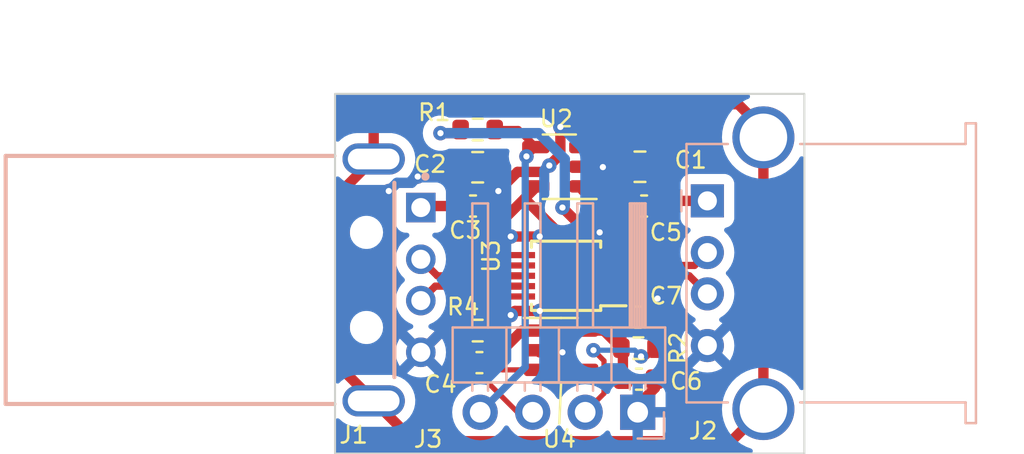
<source format=kicad_pcb>
(kicad_pcb (version 20221018) (generator pcbnew)
  (title_block (comment 4 "AISLER Project ID: SGYRCJSJ"))
  (layers (0 "F.Cu" signal) (31 "B.Cu" signal) (34 "B.Paste" user) (35 "F.Paste" user) (36 "B.SilkS" user "B.Silkscreen") (37 "F.SilkS" user "F.Silkscreen") (38 "B.Mask" user) (39 "F.Mask" user) (44 "Edge.Cuts" user))
  (net 0 "")
  (net 1 "Net-(J2-VBUS)")
  (net 2 "GND")
  (net 3 "VBUS")
  (net 4 "+3V3")
  (net 5 "Net-(J2-D-)")
  (net 6 "Net-(J2-D+)")
  (net 7 "GNDPWR")
  (net 8 "Net-(J3-Pin_2)")
  (net 9 "Net-(J3-Pin_3)")
  (net 10 "/power")
  (net 11 "Net-(J1-D-)")
  (net 12 "Net-(J1-D+)")
  (footprint "Capacitor_SMD:C_0603_1608Metric" (layer "F.Cu") (at 129.5 121.5)
    (fp_text reference "C6" (at 2.29 0.1 unlocked) (layer "F.SilkS") (effects (font (size 0.8 0.8) (thickness 0.12))))
    (fp_text value "CP_1µ_10V_0603")
    (fp_line (start -0.14058 -0.51) (end 0.14058 -0.51) (stroke (width 0.12)) (layer "F.SilkS"))
    (fp_line (start -0.14058 0.51) (end 0.14058 0.51) (stroke (width 0.12)) (layer "F.SilkS"))
    (pad "1" smd roundrect (at -0.775 0) (size 0.9 0.95) (layers "F.Cu" "F.Paste" "F.Mask") (net 4 "+3V3"))
    (pad "2" smd roundrect (at 0.775 0) (size 0.9 0.95) (layers "F.Cu" "F.Paste" "F.Mask") (net 2 "GND"))
  )
  (footprint "Resistor_SMD:R_0603_1608Metric" (layer "F.Cu") (at 121.7 119.15 180)
    (fp_text reference "R4" (at 0.7 1.15 unlocked) (layer "F.SilkS") (effects (font (size 0.8 0.8) (thickness 0.12))))
    (fp_text value "R_10k_0603")
    (fp_line (start -0.237258 -0.5225) (end 0.237258 -0.5225) (stroke (width 0.12)) (layer "F.SilkS"))
    (fp_line (start -0.237258 0.5225) (end 0.237258 0.5225) (stroke (width 0.12)) (layer "F.SilkS"))
    (pad "1" smd roundrect (at -0.825 0 180) (size 0.8 0.95) (layers "F.Cu" "F.Paste" "F.Mask") (net 9 "Net-(J3-Pin_3)"))
    (pad "2" smd roundrect (at 0.825 0 180) (size 0.8 0.95) (layers "F.Cu" "F.Paste" "F.Mask") (net 2 "GND"))
  )
  (footprint "Capacitor_SMD:C_0603_1608Metric" (layer "F.Cu") (at 121.785 120.7 180)
    (fp_text reference "C4" (at 1.885 -1.05 unlocked) (layer "F.SilkS") (effects (font (size 0.8 0.8) (thickness 0.12))))
    (fp_text value "CP_1µ_10V_0603")
    (fp_line (start -0.14058 -0.51) (end 0.14058 -0.51) (stroke (width 0.12)) (layer "F.SilkS"))
    (fp_line (start -0.14058 0.51) (end 0.14058 0.51) (stroke (width 0.12)) (layer "F.SilkS"))
    (pad "1" smd roundrect (at -0.775 0 180) (size 0.9 0.95) (layers "F.Cu" "F.Paste" "F.Mask") (net 3 "VBUS"))
    (pad "2" smd roundrect (at 0.775 0 180) (size 0.9 0.95) (layers "F.Cu" "F.Paste" "F.Mask") (net 2 "GND"))
  )
  (footprint "Capacitor_SMD:C_0805_2012Metric" (layer "F.Cu") (at 129.55 111.225 180)
    (fp_text reference "C1" (at -2.45 0.325 unlocked) (layer "F.SilkS") (effects (font (size 0.8 0.8) (thickness 0.12))))
    (fp_text value "CP_10µ_16V_0603")
    (fp_line (start -0.261252 -0.735) (end 0.261252 -0.735) (stroke (width 0.12)) (layer "F.SilkS"))
    (fp_line (start -0.261252 0.735) (end 0.261252 0.735) (stroke (width 0.12)) (layer "F.SilkS"))
    (pad "1" smd roundrect (at -0.95 0 180) (size 1 1.45) (layers "F.Cu" "F.Paste" "F.Mask") (net 1 "Net-(J2-VBUS)"))
    (pad "2" smd roundrect (at 0.95 0 180) (size 1 1.45) (layers "F.Cu" "F.Paste" "F.Mask") (net 2 "GND"))
  )
  (footprint "Capacitor_SMD:C_0603_1608Metric" (layer "F.Cu") (at 129.75 113.125 180)
    (fp_text reference "C5" (at -1.05 -1.275 unlocked) (layer "F.SilkS") (effects (font (size 0.8 0.8) (thickness 0.12))))
    (fp_text value "CP_100n_16V_0603")
    (fp_line (start -0.14058 -0.51) (end 0.14058 -0.51) (stroke (width 0.12)) (layer "F.SilkS"))
    (fp_line (start -0.14058 0.51) (end 0.14058 0.51) (stroke (width 0.12)) (layer "F.SilkS"))
    (pad "1" smd roundrect (at -0.775 0 180) (size 0.9 0.95) (layers "F.Cu" "F.Paste" "F.Mask") (net 1 "Net-(J2-VBUS)"))
    (pad "2" smd roundrect (at 0.775 0 180) (size 0.9 0.95) (layers "F.Cu" "F.Paste" "F.Mask") (net 2 "GND"))
  )
  (footprint "Capacitor_SMD:C_0805_2012Metric" (layer "F.Cu") (at 121.7 111.25)
    (fp_text reference "C2" (at -2.3 -0.15 unlocked) (layer "F.SilkS") (effects (font (size 0.8 0.8) (thickness 0.12))))
    (fp_text value "CP_10µ_16V_0603")
    (fp_line (start -0.261252 -0.735) (end 0.261252 -0.735) (stroke (width 0.12)) (layer "F.SilkS"))
    (fp_line (start -0.261252 0.735) (end 0.261252 0.735) (stroke (width 0.12)) (layer "F.SilkS"))
    (pad "1" smd roundrect (at -0.95 0) (size 1 1.45) (layers "F.Cu" "F.Paste" "F.Mask") (net 3 "VBUS"))
    (pad "2" smd roundrect (at 0.95 0) (size 1 1.45) (layers "F.Cu" "F.Paste" "F.Mask") (net 2 "GND"))
  )
  (footprint "Package_TO_SOT_SMD:SOT-23-5" (layer "F.Cu") (at 125.735 120.1)
    (fp_text reference "U4" (at -0.085 4.3 unlocked) (layer "F.SilkS") (effects (font (size 0.8 0.8) (thickness 0.12))))
    (fp_text value "TPS78233DDC")
    (fp_line (start 0 -1.56) (end -1.8 -1.56) (stroke (width 0.12)) (layer "F.SilkS"))
    (fp_line (start 0 -1.56) (end 0.8 -1.56) (stroke (width 0.12)) (layer "F.SilkS"))
    (fp_line (start 0 1.56) (end -0.8 1.56) (stroke (width 0.12)) (layer "F.SilkS"))
    (fp_line (start 0 1.56) (end 0.8 1.56) (stroke (width 0.12)) (layer "F.SilkS"))
    (pad "1" smd roundrect (at -1.1375 -0.95) (size 1.325 0.6) (layers "F.Cu" "F.Paste" "F.Mask") (net 3 "VBUS"))
    (pad "2" smd roundrect (at -1.1375 0) (size 1.325 0.6) (layers "F.Cu" "F.Paste" "F.Mask") (net 2 "GND"))
    (pad "3" smd roundrect (at -1.1375 0.95) (size 1.325 0.6) (layers "F.Cu" "F.Paste" "F.Mask") (net 3 "VBUS"))
    (pad "4" smd roundrect (at 1.1375 0.95) (size 1.325 0.6) (layers "F.Cu" "F.Paste" "F.Mask") (net 2 "GND"))
    (pad "5" smd roundrect (at 1.1375 -0.95) (size 1.325 0.6) (layers "F.Cu" "F.Paste" "F.Mask") (net 4 "+3V3"))
  )
  (footprint "Capacitor_SMD:C_0603_1608Metric" (layer "F.Cu") (at 129.45 118.5)
    (fp_text reference "C7" (at 1.35 -1.025 unlocked) (layer "F.SilkS") (effects (font (size 0.8 0.8) (thickness 0.12))))
    (fp_text value "CP_100n_16V_0603")
    (fp_line (start -0.14058 -0.51) (end 0.14058 -0.51) (stroke (width 0.12)) (layer "F.SilkS"))
    (fp_line (start -0.14058 0.51) (end 0.14058 0.51) (stroke (width 0.12)) (layer "F.SilkS"))
    (pad "1" smd roundrect (at -0.775 0) (size 0.9 0.95) (layers "F.Cu" "F.Paste" "F.Mask") (net 4 "+3V3"))
    (pad "2" smd roundrect (at 0.775 0) (size 0.9 0.95) (layers "F.Cu" "F.Paste" "F.Mask") (net 2 "GND"))
  )
  (footprint "Capacitor_SMD:C_0603_1608Metric" (layer "F.Cu") (at 121.475 113.125)
    (fp_text reference "C3" (at -0.375 1.175 unlocked) (layer "F.SilkS") (effects (font (size 0.8 0.8) (thickness 0.12))))
    (fp_text value "CP_100n_16V_0603")
    (fp_line (start -0.14058 -0.51) (end 0.14058 -0.51) (stroke (width 0.12)) (layer "F.SilkS"))
    (fp_line (start -0.14058 0.51) (end 0.14058 0.51) (stroke (width 0.12)) (layer "F.SilkS"))
    (pad "1" smd roundrect (at -0.775 0) (size 0.9 0.95) (layers "F.Cu" "F.Paste" "F.Mask") (net 3 "VBUS"))
    (pad "2" smd roundrect (at 0.775 0) (size 0.9 0.95) (layers "F.Cu" "F.Paste" "F.Mask") (net 2 "GND"))
  )
  (footprint "Resistor_SMD:R_0603_1608Metric" (layer "F.Cu") (at 121.7 109.425 180)
    (fp_text reference "R1" (at 2.1 0.825 unlocked) (layer "F.SilkS") (effects (font (size 0.8 0.8) (thickness 0.12))))
    (fp_text value "R_10k_0603")
    (fp_line (start -0.237258 -0.5225) (end 0.237258 -0.5225) (stroke (width 0.12)) (layer "F.SilkS"))
    (fp_line (start -0.237258 0.5225) (end 0.237258 0.5225) (stroke (width 0.12)) (layer "F.SilkS"))
    (pad "1" smd roundrect (at -0.825 0 180) (size 0.8 0.95) (layers "F.Cu" "F.Paste" "F.Mask") (net 10 "/power"))
    (pad "2" smd roundrect (at 0.825 0 180) (size 0.8 0.95) (layers "F.Cu" "F.Paste" "F.Mask") (net 4 "+3V3"))
  )
  (footprint "Package_TO_SOT_SMD:SOT-23-5" (layer "F.Cu") (at 125.65 111.225 180)
    (fp_text reference "U2" (at 0.15 2.325 unlocked) (layer "F.SilkS") (effects (font (size 0.8 0.8) (thickness 0.12))))
    (fp_text value "AP2151W")
    (fp_line (start 0 -1.56) (end -1.8 -1.56) (stroke (width 0.12)) (layer "F.SilkS"))
    (fp_line (start 0 -1.56) (end 0.8 -1.56) (stroke (width 0.12)) (layer "F.SilkS"))
    (fp_line (start 0 1.56) (end -0.8 1.56) (stroke (width 0.12)) (layer "F.SilkS"))
    (fp_line (start 0 1.56) (end 0.8 1.56) (stroke (width 0.12)) (layer "F.SilkS"))
    (pad "1" smd roundrect (at -1.1375 -0.95 180) (size 1.325 0.6) (layers "F.Cu" "F.Paste" "F.Mask") (net 1 "Net-(J2-VBUS)"))
    (pad "2" smd roundrect (at -1.1375 0 180) (size 1.325 0.6) (layers "F.Cu" "F.Paste" "F.Mask") (net 2 "GND"))
    (pad "3" smd roundrect (at -1.1375 0.95 180) (size 1.325 0.6) (layers "F.Cu" "F.Paste" "F.Mask"))
    (pad "4" smd roundrect (at 1.1375 0.95 180) (size 1.325 0.6) (layers "F.Cu" "F.Paste" "F.Mask") (net 10 "/power"))
    (pad "5" smd roundrect (at 1.1375 -0.95 180) (size 1.325 0.6) (layers "F.Cu" "F.Paste" "F.Mask") (net 3 "VBUS"))
  )
  (footprint "Package_SO:MSOP-10_3x3mm_P0.5mm" (layer "F.Cu") (at 125.975 116.5 180)
    (fp_text reference "U3" (at 3.625 0.95 90 unlocked) (layer "F.SilkS") (effects (font (size 0.8 0.8) (thickness 0.12))))
    (fp_text value "FSUSB42MUX")
    (fp_line (start -1.675 -1.675) (end -1.675 -1.45) (stroke (width 0.15)) (layer "F.SilkS"))
    (fp_line (start -1.675 -1.675) (end 1.675 -1.675) (stroke (width 0.15)) (layer "F.SilkS"))
    (fp_line (start -1.675 -1.45) (end -2.9 -1.45) (stroke (width 0.15)) (layer "F.SilkS"))
    (fp_line (start -1.675 1.675) (end -1.675 1.375) (stroke (width 0.15)) (layer "F.SilkS"))
    (fp_line (start -1.675 1.675) (end 1.675 1.675) (stroke (width 0.15)) (layer "F.SilkS"))
    (fp_line (start 1.675 -1.675) (end 1.675 -1.375) (stroke (width 0.15)) (layer "F.SilkS"))
    (fp_line (start 1.675 1.675) (end 1.675 1.375) (stroke (width 0.15)) (layer "F.SilkS"))
    (pad "1" smd rect (at -2.2 -1 180) (size 1.4 0.3) (layers "F.Cu" "F.Paste" "F.Mask") (net 4 "+3V3"))
    (pad "2" smd rect (at -2.2 -0.5 180) (size 1.4 0.3) (layers "F.Cu" "F.Paste" "F.Mask") (net 8 "Net-(J3-Pin_2)"))
    (pad "3" smd rect (at -2.2 0 180) (size 1.4 0.3) (layers "F.Cu" "F.Paste" "F.Mask") (net 6 "Net-(J2-D+)"))
    (pad "4" smd rect (at -2.2 0.5 180) (size 1.4 0.3) (layers "F.Cu" "F.Paste" "F.Mask") (net 5 "Net-(J2-D-)"))
    (pad "5" smd rect (at -2.2 1 180) (size 1.4 0.3) (layers "F.Cu" "F.Paste" "F.Mask") (net 2 "GND"))
    (pad "6" smd rect (at 2.2 1 180) (size 1.4 0.3) (layers "F.Cu" "F.Paste" "F.Mask"))
    (pad "7" smd rect (at 2.2 0.5 180) (size 1.4 0.3) (layers "F.Cu" "F.Paste" "F.Mask"))
    (pad "8" smd rect (at 2.2 0 180) (size 1.4 0.3) (layers "F.Cu" "F.Paste" "F.Mask") (net 11 "Net-(J1-D-)"))
    (pad "9" smd rect (at 2.2 -0.5 180) (size 1.4 0.3) (layers "F.Cu" "F.Paste" "F.Mask") (net 12 "Net-(J1-D+)"))
    (pad "10" smd rect (at 2.2 -1 180) (size 1.4 0.3) (layers "F.Cu" "F.Paste" "F.Mask") (net 9 "Net-(J3-Pin_3)"))
  )
  (footprint "Resistor_SMD:R_0603_1608Metric" (layer "F.Cu") (at 129.475 120 180)
    (fp_text reference "R2" (at -1.925 0 90 unlocked) (layer "F.SilkS") (effects (font (size 0.8 0.8) (thickness 0.12))))
    (fp_text value "R_10k_0603")
    (fp_line (start -0.237258 -0.5225) (end 0.237258 -0.5225) (stroke (width 0.12)) (layer "F.SilkS"))
    (fp_line (start -0.237258 0.5225) (end 0.237258 0.5225) (stroke (width 0.12)) (layer "F.SilkS"))
    (pad "1" smd roundrect (at -0.825 0 180) (size 0.8 0.95) (layers "F.Cu" "F.Paste" "F.Mask") (net 8 "Net-(J3-Pin_2)"))
    (pad "2" smd roundrect (at 0.825 0 180) (size 0.8 0.95) (layers "F.Cu" "F.Paste" "F.Mask") (net 4 "+3V3"))
  )
  (footprint "localstuff:SAMTEC_USB-AM-S-X-X-TH" (layer "B.Cu") (at 116.67 116.7 90)
    (fp_text reference "J1" (at -7.5 -0.97 unlocked) (layer "F.SilkS") (effects (font (size 0.8 0.8) (thickness 0.12))))
    (fp_text value "USB_A_Device")
    (fp_line (start -6 -17.8) (end -6 -1.9) (stroke (width 0.2)) (layer "B.SilkS"))
    (fp_line (start -4.7 1) (end 4.7 1) (stroke (width 0.2)) (layer "B.SilkS"))
    (fp_line (start 6 -17.8) (end -6 -17.8) (stroke (width 0.2)) (layer "B.SilkS"))
    (fp_line (start 6 -1.9) (end 6 -17.8) (stroke (width 0.2)) (layer "B.SilkS"))
    (fp_circle (center 5 2.5) (end 5.1 2.5) (stroke (width 0.2)) (fill none) (layer "B.SilkS"))
    (pad "" np_thru_hole circle (at -2.3 -0.35 90) (size 1.1 1.1) (drill 1.1) (layers "*.Cu" "*.Mask"))
    (pad "" np_thru_hole circle (at 2.3 -0.35 90) (size 1.1 1.1) (drill 1.1) (layers "*.Cu" "*.Mask"))
    (pad "1" thru_hole rect (at 3.5 2.28 90) (size 1.428 1.428) (drill 0.92) (layers "*.Cu" "*.Mask") (net 3 "VBUS"))
    (pad "2" thru_hole circle (at 1 2.28 90) (size 1.428 1.428) (drill 0.92) (layers "*.Cu" "*.Mask") (net 11 "Net-(J1-D-)"))
    (pad "3" thru_hole circle (at -1 2.28 90) (size 1.428 1.428) (drill 0.92) (layers "*.Cu" "*.Mask") (net 12 "Net-(J1-D+)"))
    (pad "4" thru_hole circle (at -3.5 2.28 90) (size 1.428 1.428) (drill 0.92) (layers "*.Cu" "*.Mask") (net 2 "GND"))
    (pad "5" thru_hole oval (at -5.85 0 90) (size 1.508 3.016) (drill oval 1 2.5) (layers "*.Cu" "*.Mask") (net 7 "GNDPWR"))
    (pad "5" thru_hole oval (at 5.85 0 90) (size 1.508 3.016) (drill oval 1 2.5) (layers "*.Cu" "*.Mask") (net 7 "GNDPWR"))
  )
  (footprint "Connector_USB:USB_A_Stewart_SS-52100-001_Horizontal" (layer "B.Cu") (at 132.81 112.875 -90)
    (fp_text reference "J2" (at 11.125 0.21 unlocked) (layer "F.SilkS") (effects (font (size 0.8 0.8) (thickness 0.12))))
    (fp_text value "USB_A_Host")
    (fp_line (start -3.75 -12.99) (end 10.75 -12.99) (stroke (width 0.12)) (layer "B.SilkS"))
    (fp_line (start -3.75 -12.49) (end -3.75 -12.99) (stroke (width 0.12)) (layer "B.SilkS"))
    (fp_line (start -2.75 -12.49) (end -3.75 -12.49) (stroke (width 0.12)) (layer "B.SilkS"))
    (fp_line (start -2.75 -4.49) (end -2.75 -12.49) (stroke (width 0.12)) (layer "B.SilkS"))
    (fp_line (start -2.75 1.01) (end -2.75 -0.99) (stroke (width 0.12)) (layer "B.SilkS"))
    (fp_line (start -0.5 1.26) (end 0.5 1.26) (stroke (width 0.12)) (layer "B.SilkS"))
    (fp_line (start 9.75 -12.49) (end 9.75 -4.49) (stroke (width 0.12)) (layer "B.SilkS"))
    (fp_line (start 9.75 -0.99) (end 9.75 1.01) (stroke (width 0.12)) (layer "B.SilkS"))
    (fp_line (start 9.75 1.01) (end -2.75 1.01) (stroke (width 0.12)) (layer "B.SilkS"))
    (fp_line (start 10.75 -12.99) (end 10.75 -12.49) (stroke (width 0.12)) (layer "B.SilkS"))
    (fp_line (start 10.75 -12.49) (end 9.75 -12.49) (stroke (width 0.12)) (layer "B.SilkS"))
    (pad "1" thru_hole rect (at 0 0 270) (size 1.6 1.6) (drill 0.92) (layers "*.Cu" "*.Mask") (net 1 "Net-(J2-VBUS)"))
    (pad "2" thru_hole circle (at 2.5 0 270) (size 1.6 1.6) (drill 0.92) (layers "*.Cu" "*.Mask") (net 5 "Net-(J2-D-)"))
    (pad "3" thru_hole circle (at 4.5 0 270) (size 1.6 1.6) (drill 0.92) (layers "*.Cu" "*.Mask") (net 6 "Net-(J2-D+)"))
    (pad "4" thru_hole circle (at 7 0 270) (size 1.6 1.6) (drill 0.92) (layers "*.Cu" "*.Mask") (net 2 "GND"))
    (pad "5" thru_hole circle (at -3.07 -2.71 270) (size 3 3) (drill 2.3) (layers "*.Cu" "*.Mask") (net 7 "GNDPWR"))
    (pad "5" thru_hole circle (at 10.07 -2.71 270) (size 3 3) (drill 2.3) (layers "*.Cu" "*.Mask") (net 7 "GNDPWR"))
  )
  (footprint "Connector_PinHeader_2.54mm:PinHeader_1x04_P2.54mm_Horizontal" (layer "B.Cu") (at 129.44 123.1 90)
    (fp_text reference "J3" (at -1.3 -10.14 unlocked) (layer "F.SilkS") (effects (font (size 0.8 0.8) (thickness 0.12))))
    (fp_text value "Conn_01x04_Pin")
    (fp_line (start -1.27 0) (end -1.27 1.27) (stroke (width 0.12)) (layer "B.SilkS"))
    (fp_line (start -1.27 1.27) (end 0 1.27) (stroke (width 0.12)) (layer "B.SilkS"))
    (fp_line (start 1.042929 -8) (end 1.44 -8) (stroke (width 0.12)) (layer "B.SilkS"))
    (fp_line (start 1.042929 -7.24) (end 1.44 -7.24) (stroke (width 0.12)) (layer "B.SilkS"))
    (fp_line (start 1.042929 -5.46) (end 1.44 -5.46) (stroke (width 0.12)) (layer "B.SilkS"))
    (fp_line (start 1.042929 -4.7) (end 1.44 -4.7) (stroke (width 0.12)) (layer "B.SilkS"))
    (fp_line (start 1.042929 -2.92) (end 1.44 -2.92) (stroke (width 0.12)) (layer "B.SilkS"))
    (fp_line (start 1.042929 -2.16) (end 1.44 -2.16) (stroke (width 0.12)) (layer "B.SilkS"))
    (fp_line (start 1.11 -0.38) (end 1.44 -0.38) (stroke (width 0.12)) (layer "B.SilkS"))
    (fp_line (start 1.11 0.38) (end 1.44 0.38) (stroke (width 0.12)) (layer "B.SilkS"))
    (fp_line (start 1.44 -8.95) (end 4.1 -8.95) (stroke (width 0.12)) (layer "B.SilkS"))
    (fp_line (start 1.44 -6.35) (end 4.1 -6.35) (stroke (width 0.12)) (layer "B.SilkS"))
    (fp_line (start 1.44 -3.81) (end 4.1 -3.81) (stroke (width 0.12)) (layer "B.SilkS"))
    (fp_line (start 1.44 -1.27) (end 4.1 -1.27) (stroke (width 0.12)) (layer "B.SilkS"))
    (fp_line (start 1.44 1.33) (end 1.44 -8.95) (stroke (width 0.12)) (layer "B.SilkS"))
    (fp_line (start 4.1 -8.95) (end 4.1 1.33) (stroke (width 0.12)) (layer "B.SilkS"))
    (fp_line (start 4.1 -7.24) (end 10.1 -7.24) (stroke (width 0.12)) (layer "B.SilkS"))
    (fp_line (start 4.1 -4.7) (end 10.1 -4.7) (stroke (width 0.12)) (layer "B.SilkS"))
    (fp_line (start 4.1 -2.16) (end 10.1 -2.16) (stroke (width 0.12)) (layer "B.SilkS"))
    (fp_line (start 4.1 -0.28) (end 10.1 -0.28) (stroke (width 0.12)) (layer "B.SilkS"))
    (fp_line (start 4.1 -0.16) (end 10.1 -0.16) (stroke (width 0.12)) (layer "B.SilkS"))
    (fp_line (start 4.1 -0.04) (end 10.1 -0.04) (stroke (width 0.12)) (layer "B.SilkS"))
    (fp_line (start 4.1 0.08) (end 10.1 0.08) (stroke (width 0.12)) (layer "B.SilkS"))
    (fp_line (start 4.1 0.2) (end 10.1 0.2) (stroke (width 0.12)) (layer "B.SilkS"))
    (fp_line (start 4.1 0.32) (end 10.1 0.32) (stroke (width 0.12)) (layer "B.SilkS"))
    (fp_line (start 4.1 0.38) (end 10.1 0.38) (stroke (width 0.12)) (layer "B.SilkS"))
    (fp_line (start 4.1 1.33) (end 1.44 1.33) (stroke (width 0.12)) (layer "B.SilkS"))
    (fp_line (start 10.1 -8) (end 4.1 -8) (stroke (width 0.12)) (layer "B.SilkS"))
    (fp_line (start 10.1 -7.24) (end 10.1 -8) (stroke (width 0.12)) (layer "B.SilkS"))
    (fp_line (start 10.1 -5.46) (end 4.1 -5.46) (stroke (width 0.12)) (layer "B.SilkS"))
    (fp_line (start 10.1 -4.7) (end 10.1 -5.46) (stroke (width 0.12)) (layer "B.SilkS"))
    (fp_line (start 10.1 -2.92) (end 4.1 -2.92) (stroke (width 0.12)) (layer "B.SilkS"))
    (fp_line (start 10.1 -2.16) (end 10.1 -2.92) (stroke (width 0.12)) (layer "B.SilkS"))
    (fp_line (start 10.1 -0.38) (end 4.1 -0.38) (stroke (width 0.12)) (layer "B.SilkS"))
    (fp_line (start 10.1 0.38) (end 10.1 -0.38) (stroke (width 0.12)) (layer "B.SilkS"))
    (pad "1" thru_hole rect (at 0 0 90) (size 1.7 1.7) (drill 1) (layers "*.Cu" "*.Mask") (net 2 "GND"))
    (pad "2" thru_hole oval (at 0 -2.54 90) (size 1.7 1.7) (drill 1) (layers "*.Cu" "*.Mask") (net 8 "Net-(J3-Pin_2)"))
    (pad "3" thru_hole oval (at 0 -5.08 90) (size 1.7 1.7) (drill 1) (layers "*.Cu" "*.Mask") (net 9 "Net-(J3-Pin_3)"))
    (pad "4" thru_hole oval (at 0 -7.62 90) (size 1.7 1.7) (drill 1) (layers "*.Cu" "*.Mask") (net 10 "/power"))
  )
  (gr_line (start 125.735 121.66) (end 125.65 123.65) (stroke (width 0.12)) (layer "F.SilkS"))
  (gr_rect (start 114.8 107.7) (end 137.5 125.1) (stroke (width 0.1)) (fill none) (layer "Edge.Cuts"))
  (segment (start 130.5 111.225) (end 130.5 113.1) (width 0.5) (layer "F.Cu") (net 1))
  (segment (start 130.775 112.875) (end 130.525 113.125) (width 0.5) (layer "F.Cu") (net 1))
  (segment (start 128.425 114) (end 126.7875 112.3625) (width 0.5) (layer "F.Cu") (net 1))
  (segment (start 126.7875 112.3625) (end 126.7875 112.175) (width 0.5) (layer "F.Cu") (net 1))
  (segment (start 132.81 112.875) (end 130.775 112.875) (width 0.5) (layer "F.Cu") (net 1))
  (segment (start 129.65 114) (end 128.425 114) (width 0.5) (layer "F.Cu") (net 1))
  (segment (start 130.5 113.1) (end 130.525 113.125) (width 0.5) (layer "F.Cu") (net 1))
  (segment (start 130.525 113.125) (end 129.65 114) (width 0.5) (layer "F.Cu") (net 1))
  (segment (start 126.7875 111.225) (end 127.737805 111.225) (width 0.5) (layer "F.Cu") (net 2))
  (segment (start 128.975 111.6) (end 128.6 111.225) (width 0.5) (layer "F.Cu") (net 2))
  (segment (start 128.175 114.975) (end 127.6 114.4) (width 0.35) (layer "F.Cu") (net 2))
  (segment (start 120.875 119.15) (end 120 119.15) (width 0.5) (layer "F.Cu") (net 2))
  (segment (start 124.7 114.6) (end 123.3 114.6) (width 0.5) (layer "F.Cu") (net 2))
  (segment (start 127.773687 111.225) (end 127.755746 111.242941) (width 0.5) (layer "F.Cu") (net 2))
  (segment (start 122.65 112.725) (end 122.25 113.125) (width 0.35) (layer "F.Cu") (net 2))
  (segment (start 129.44 122.76) (end 130.275 121.925) (width 0.5) (layer "F.Cu") (net 2))
  (segment (start 127.737805 111.225) (end 127.755746 111.242941) (width 0.5) (layer "F.Cu") (net 2))
  (segment (start 130.4 118.325) (end 130.4 117.599984) (width 0.5) (layer "F.Cu") (net 2))
  (segment (start 128.975 113.125) (end 128.975 111.6) (width 0.5) (layer "F.Cu") (net 2))
  (segment (start 122.7 112.4) (end 122.65 112.45) (width 0.35) (layer "F.Cu") (net 2))
  (segment (start 130.225 118.5) (end 130.4 118.325) (width 0.5) (layer "F.Cu") (net 2))
  (segment (start 125.7 110.63002) (end 125.163899 111.166121) (width 0.5) (layer "F.Cu") (net 2))
  (segment (start 126.65 121.05) (end 125.8 120.2) (width 0.5) (layer "F.Cu") (net 2))
  (segment (start 122.65 112.35) (end 122.7 112.4) (width 0.35) (layer "F.Cu") (net 2))
  (segment (start 128.175 115.5) (end 128.175 114.975) (width 0.35) (layer "F.Cu") (net 2))
  (segment (start 125.7 109.3) (end 125.7 110.63002) (width 0.5) (layer "F.Cu") (net 2))
  (segment (start 124.85502 111.475) (end 125.163899 111.166121) (width 0.5) (layer "F.Cu") (net 2))
  (segment (start 122.65 112.45) (end 122.65 112.725) (width 0.35) (layer "F.Cu") (net 2))
  (segment (start 120 119.15) (end 118.95 120.2) (width 0.5) (layer "F.Cu") (net 2))
  (segment (start 120.875 119.15) (end 120.875 120.565) (width 0.5) (layer "F.Cu") (net 2))
  (segment (start 122.65 111.25) (end 122.65 112.35) (width 0.35) (layer "F.Cu") (net 2))
  (segment (start 124.7 118.2) (end 123.5 118.2) (width 0.5) (layer "F.Cu") (net 2))
  (segment (start 120.875 120.565) (end 121.01 120.7) (width 0.5) (layer "F.Cu") (net 2))
  (segment (start 124.5975 120.1) (end 124.6975 120.2) (width 0.5) (layer "F.Cu") (net 2))
  (segment (start 129.44 123.1) (end 129.44 122.76) (width 0.5) (layer "F.Cu") (net 2))
  (segment (start 130.275 121.925) (end 130.275 121.5) (width 0.5) (layer "F.Cu") (net 2))
  (segment (start 123.625 111.475) (end 124.85502 111.475) (width 0.5) (layer "F.Cu") (net 2))
  (segment (start 124.6975 120.2) (end 125.8 120.2) (width 0.5) (layer "F.Cu") (net 2))
  (segment (start 126.8725 121.05) (end 126.65 121.05) (width 0.5) (layer "F.Cu") (net 2))
  (segment (start 122.7 112.4) (end 123.625 111.475) (width 0.5) (layer "F.Cu") (net 2))
  (segment (start 123.5 118.2) (end 123.3 118.4) (width 0.5) (layer "F.Cu") (net 2))
  (segment (start 128.6 111.225) (end 127.773687 111.225) (width 0.5) (layer "F.Cu") (net 2))
  (via (at 118.8 111.7) (size 0.7) (drill 0.3) (layers "F.Cu" "B.Cu") (net 2))
  (via (at 127.6 114.4) (size 0.7) (drill 0.3) (layers "F.Cu" "B.Cu") (net 2))
  (via (at 124.7 118.2) (size 0.7) (drill 0.3) (layers "F.Cu" "B.Cu") (net 2))
  (via (at 117.4 112.4) (size 0.7) (drill 0.3) (layers "F.Cu" "B.Cu") (net 2))
  (via (at 124.7 114.6) (size 0.7) (drill 0.3) (layers "F.Cu" "B.Cu") (net 2))
  (via (at 122.7 112.4) (size 0.7) (drill 0.3) (layers "F.Cu" "B.Cu") (net 2))
  (via (at 127.755746 111.242941) (size 0.7) (drill 0.3) (layers "F.Cu" "B.Cu") (net 2))
  (via (at 123.3 118.4) (size 0.7) (drill 0.3) (layers "F.Cu" "B.Cu") (net 2))
  (via (at 123.3 114.6) (size 0.7) (drill 0.3) (layers "F.Cu" "B.Cu") (net 2))
  (via (at 125.8 120.2) (size 0.7) (drill 0.3) (layers "F.Cu" "B.Cu") (net 2))
  (via (at 125.163899 111.166121) (size 0.7) (drill 0.3) (layers "F.Cu" "B.Cu") (net 2))
  (via (at 130.4 117.599984) (size 0.7) (drill 0.3) (layers "F.Cu" "B.Cu") (net 2))
  (via (at 125.7 109.3) (size 0.7) (drill 0.3) (layers "F.Cu" "B.Cu") (net 2))
  (segment (start 118.8 111.7) (end 118.496 112.004) (width 0.5) (layer "B.Cu") (net 2))
  (segment (start 118.496 112.004) (end 117.796 112.004) (width 0.5) (layer "B.Cu") (net 2))
  (segment (start 117.796 112.004) (end 117.4 112.4) (width 0.5) (layer "B.Cu") (net 2))
  (segment (start 124.5125 112.221383) (end 124.5125 112.175) (width 0.5) (layer "F.Cu") (net 3))
  (segment (start 122.56 120.44) (end 123.85 119.15) (width 0.5) (layer "F.Cu") (net 3))
  (segment (start 120.7 113.125) (end 121.575 114) (width 0.5) (layer "F.Cu") (net 3))
  (segment (start 125.6 118.78995) (end 125.6 114.4) (width 0.5) (layer "F.Cu") (net 3))
  (segment (start 122.733883 114) (end 123.966941 112.766941) (width 0.5) (layer "F.Cu") (net 3))
  (segment (start 120.7 113.125) (end 119.025 113.125) (width 0.5) (layer "F.Cu") (net 3))
  (segment (start 119.025 113.125) (end 118.95 113.2) (width 0.5) (layer "F.Cu") (net 3))
  (segment (start 123.85 119.15) (end 124.5975 119.15) (width 0.5) (layer "F.Cu") (net 3))
  (segment (start 122.91 121.05) (end 122.56 120.7) (width 0.25) (layer "F.Cu") (net 3))
  (segment (start 124.5975 121.05) (end 122.91 121.05) (width 0.25) (layer "F.Cu") (net 3))
  (segment (start 120.75 111.25) (end 120.75 113.075) (width 0.5) (layer "F.Cu") (net 3))
  (segment (start 123.966941 112.766941) (end 124.5125 112.221383) (width 0.5) (layer "F.Cu") (net 3))
  (segment (start 125.6 114.4) (end 123.966941 112.766941) (width 0.5) (layer "F.Cu") (net 3))
  (segment (start 125.23995 119.15) (end 125.6 118.78995) (width 0.5) (layer "F.Cu") (net 3))
  (segment (start 120.75 113.075) (end 120.7 113.125) (width 0.5) (layer "F.Cu") (net 3))
  (segment (start 121.575 114) (end 122.733883 114) (width 0.5) (layer "F.Cu") (net 3))
  (segment (start 122.56 120.7) (end 122.56 120.44) (width 0.5) (layer "F.Cu") (net 3))
  (segment (start 124.5975 119.15) (end 125.23995 119.15) (width 0.5) (layer "F.Cu") (net 3))
  (segment (start 127.3 117.5) (end 127.2 117.6) (width 0.25) (layer "F.Cu") (net 4))
  (segment (start 128.675 118.5) (end 127.775 117.6) (width 0.5) (layer "F.Cu") (net 4))
  (segment (start 128.725 121.5) (end 128.725 120.075) (width 0.5) (layer "F.Cu") (net 4))
  (segment (start 126.8725 119.15) (end 127.8 119.15) (width 0.5) (layer "F.Cu") (net 4))
  (segment (start 128.65 120) (end 128.65 118.525) (width 0.5) (layer "F.Cu") (net 4))
  (segment (start 126.8 114.2) (end 126.8 117.2) (width 0.5) (layer "F.Cu") (net 4))
  (segment (start 119.9 109.6) (end 120.7 109.6) (width 0.5) (layer "F.Cu") (net 4))
  (segment (start 128.725 120.075) (end 128.65 120) (width 0.5) (layer "F.Cu") (net 4))
  (segment (start 128.65 118.525) (end 128.675 118.5) (width 0.5) (layer "F.Cu") (net 4))
  (segment (start 126.8 117.2) (end 127.2 117.6) (width 0.5) (layer "F.Cu") (net 4))
  (segment (start 125.8 113.2) (end 126.8 114.2) (width 0.5) (layer "F.Cu") (net 4))
  (segment (start 120.7 109.6) (end 120.875 109.425) (width 0.5) (layer "F.Cu") (net 4))
  (segment (start 128.175 117.5) (end 127.3 117.5) (width 0.25) (layer "F.Cu") (net 4))
  (segment (start 127.775 117.6) (end 127.2 117.6) (width 0.5) (layer "F.Cu") (net 4))
  (segment (start 127.8 119.15) (end 128.65 120) (width 0.5) (layer "F.Cu") (net 4))
  (via (at 119.9 109.6) (size 0.7) (drill 0.3) (layers "F.Cu" "B.Cu") (net 4))
  (via (at 125.8 113.2) (size 0.7) (drill 0.3) (layers "F.Cu" "B.Cu") (net 4))
  (segment (start 124.658439 109.6) (end 119.9 109.6) (width 0.5) (layer "B.Cu") (net 4))
  (segment (start 125.913899 113.086101) (end 125.913899 110.85546) (width 0.5) (layer "B.Cu") (net 4))
  (segment (start 125.8 113.2) (end 125.913899 113.086101) (width 0.5) (layer "B.Cu") (net 4))
  (segment (start 125.913899 110.85546) (end 124.658439 109.6) (width 0.5) (layer "B.Cu") (net 4))
  (segment (start 128.175 116) (end 132.185 116) (width 0.35) (layer "F.Cu") (net 5))
  (segment (start 132.185 116) (end 132.81 115.375) (width 0.35) (layer "F.Cu") (net 5))
  (segment (start 131.935 116.5) (end 132.81 117.375) (width 0.35) (layer "F.Cu") (net 6))
  (segment (start 128.175 116.5) (end 131.935 116.5) (width 0.35) (layer "F.Cu") (net 6))
  (segment (start 116.67 110.85) (end 115.27 112.25) (width 0.5) (layer "F.Cu") (net 7))
  (segment (start 118.62 124.5) (end 116.67 122.55) (width 0.5) (layer "F.Cu") (net 7))
  (segment (start 134.3 108.2) (end 117.8 108.2) (width 0.5) (layer "F.Cu") (net 7))
  (segment (start 135.52 122.945) (end 135.52 109.805) (width 0.5) (layer "F.Cu") (net 7))
  (segment (start 116.67 109.33) (end 116.67 110.85) (width 0.5) (layer "F.Cu") (net 7))
  (segment (start 135.52 109.42) (end 134.3 108.2) (width 0.5) (layer "F.Cu") (net 7))
  (segment (start 115.27 121.15) (end 116.67 122.55) (width 0.5) (layer "F.Cu") (net 7))
  (segment (start 117.8 108.2) (end 116.67 109.33) (width 0.5) (layer "F.Cu") (net 7))
  (segment (start 133.965 124.5) (end 118.62 124.5) (width 0.5) (layer "F.Cu") (net 7))
  (segment (start 135.52 122.945) (end 133.965 124.5) (width 0.5) (layer "F.Cu") (net 7))
  (segment (start 115.27 112.25) (end 115.27 121.15) (width 0.5) (layer "F.Cu") (net 7))
  (segment (start 135.52 109.805) (end 135.52 109.42) (width 0.5) (layer "F.Cu") (net 7))
  (segment (start 128.175 117) (end 128.200002 116.974998) (width 0.25) (layer "F.Cu") (net 8))
  (segment (start 127.81 120.61) (end 127.3 120.1) (width 0.25) (layer "F.Cu") (net 8))
  (segment (start 130.874998 116.974998) (end 131.2 117.3) (width 0.25) (layer "F.Cu") (net 8))
  (segment (start 127.81 122.19) (end 127.81 120.61) (width 0.25) (layer "F.Cu") (net 8))
  (segment (start 130.3 120) (end 129.9 120.4) (width 0.25) (layer "F.Cu") (net 8))
  (segment (start 128.200002 116.974998) (end 130.874998 116.974998) (width 0.25) (layer "F.Cu") (net 8))
  (segment (start 131.2 117.3) (end 131.2 119.1) (width 0.25) (layer "F.Cu") (net 8))
  (segment (start 131.2 119.1) (end 130.3 120) (width 0.25) (layer "F.Cu") (net 8))
  (segment (start 129.9 120.4) (end 129.6 120.4) (width 0.25) (layer "F.Cu") (net 8))
  (segment (start 126.9 123.1) (end 127.81 122.19) (width 0.25) (layer "F.Cu") (net 8))
  (via (at 127.3 120.1) (size 0.7) (drill 0.3) (layers "F.Cu" "B.Cu") (net 8))
  (via (at 129.6 120.4) (size 0.7) (drill 0.3) (layers "F.Cu" "B.Cu") (net 8))
  (segment (start 127.3 120.1) (end 129.3 120.1) (width 0.25) (layer "B.Cu") (net 8))
  (segment (start 129.3 120.1) (end 129.6 120.4) (width 0.25) (layer "B.Cu") (net 8))
  (segment (start 124.36 123.1) (end 123.627893 123.1) (width 0.25) (layer "F.Cu") (net 9))
  (segment (start 123.2 117.5) (end 122.525 118.175) (width 0.25) (layer "F.Cu") (net 9))
  (segment (start 121.835 121.307107) (end 121.835 119.84) (width 0.25) (layer "F.Cu") (net 9))
  (segment (start 123.775 117.5) (end 123.2 117.5) (width 0.25) (layer "F.Cu") (net 9))
  (segment (start 121.835 119.84) (end 122.525 119.15) (width 0.25) (layer "F.Cu") (net 9))
  (segment (start 123.627893 123.1) (end 121.835 121.307107) (width 0.25) (layer "F.Cu") (net 9))
  (segment (start 122.525 118.175) (end 122.525 119.15) (width 0.25) (layer "F.Cu") (net 9))
  (segment (start 124.5125 110.275) (end 124.0625 110.725) (width 0.35) (layer "F.Cu") (net 10))
  (segment (start 123.6625 109.425) (end 124.5125 110.275) (width 0.35) (layer "F.Cu") (net 10))
  (segment (start 124.0625 110.725) (end 124.059217 110.725) (width 0.35) (layer "F.Cu") (net 10))
  (segment (start 122.525 109.425) (end 123.6625 109.425) (width 0.35) (layer "F.Cu") (net 10))
  (via (at 124.059217 110.725) (size 0.7) (drill 0.3) (layers "F.Cu" "B.Cu") (net 10))
  (segment (start 121.82 123.1) (end 124 120.92) (width 0.35) (layer "B.Cu") (net 10))
  (segment (start 124 120.92) (end 124 110.784217) (width 0.35) (layer "B.Cu") (net 10))
  (segment (start 124 110.784217) (end 124.059217 110.725) (width 0.35) (layer "B.Cu") (net 10))
  (segment (start 119.75 116.5) (end 118.95 115.7) (width 0.35) (layer "F.Cu") (net 11))
  (segment (start 123.775 116.5) (end 119.75 116.5) (width 0.35) (layer "F.Cu") (net 11))
  (segment (start 123.775 117) (end 119.65 117) (width 0.35) (layer "F.Cu") (net 12))
  (segment (start 119.65 117) (end 118.95 117.7) (width 0.35) (layer "F.Cu") (net 12))
  (zone (net 2) (net_name "GND") (layer "B.Cu") (connect_pads (clearance 0.5)) (min_thickness 0.25) (fill yes (thermal_gap 0.5) (thermal_bridge_width 0.5))
    (polygon (pts (xy 114.8 107.7) (xy 137.5 107.7) (xy 137.5 125.1) (xy 114.8 125.1)))
  )
)
</source>
